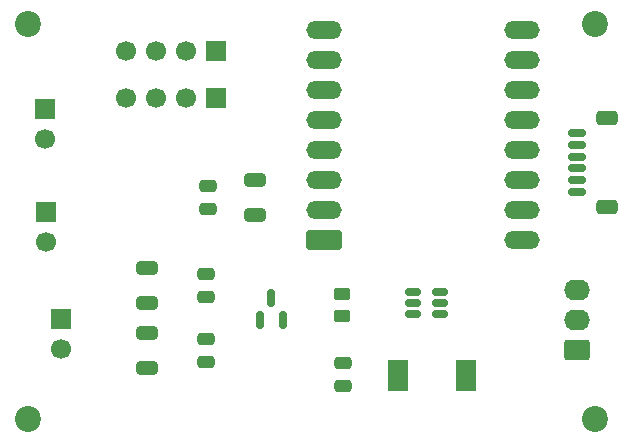
<source format=gts>
%TF.GenerationSoftware,KiCad,Pcbnew,9.0.5*%
%TF.CreationDate,2025-11-19T14:43:04+01:00*%
%TF.ProjectId,caelum,6361656c-756d-42e6-9b69-6361645f7063,rev?*%
%TF.SameCoordinates,Original*%
%TF.FileFunction,Soldermask,Top*%
%TF.FilePolarity,Negative*%
%FSLAX46Y46*%
G04 Gerber Fmt 4.6, Leading zero omitted, Abs format (unit mm)*
G04 Created by KiCad (PCBNEW 9.0.5) date 2025-11-19 14:43:04*
%MOMM*%
%LPD*%
G01*
G04 APERTURE LIST*
G04 Aperture macros list*
%AMRoundRect*
0 Rectangle with rounded corners*
0 $1 Rounding radius*
0 $2 $3 $4 $5 $6 $7 $8 $9 X,Y pos of 4 corners*
0 Add a 4 corners polygon primitive as box body*
4,1,4,$2,$3,$4,$5,$6,$7,$8,$9,$2,$3,0*
0 Add four circle primitives for the rounded corners*
1,1,$1+$1,$2,$3*
1,1,$1+$1,$4,$5*
1,1,$1+$1,$6,$7*
1,1,$1+$1,$8,$9*
0 Add four rect primitives between the rounded corners*
20,1,$1+$1,$2,$3,$4,$5,0*
20,1,$1+$1,$4,$5,$6,$7,0*
20,1,$1+$1,$6,$7,$8,$9,0*
20,1,$1+$1,$8,$9,$2,$3,0*%
G04 Aperture macros list end*
%ADD10O,3.000000X1.500000*%
%ADD11RoundRect,0.250000X1.250000X0.600000X-1.250000X0.600000X-1.250000X-0.600000X1.250000X-0.600000X0*%
%ADD12RoundRect,0.150000X-0.625000X0.150000X-0.625000X-0.150000X0.625000X-0.150000X0.625000X0.150000X0*%
%ADD13RoundRect,0.250000X-0.650000X0.350000X-0.650000X-0.350000X0.650000X-0.350000X0.650000X0.350000X0*%
%ADD14C,2.200000*%
%ADD15RoundRect,0.250000X-0.475000X0.250000X-0.475000X-0.250000X0.475000X-0.250000X0.475000X0.250000X0*%
%ADD16RoundRect,0.250000X-0.650000X0.325000X-0.650000X-0.325000X0.650000X-0.325000X0.650000X0.325000X0*%
%ADD17R,1.700000X1.700000*%
%ADD18C,1.700000*%
%ADD19RoundRect,0.250000X0.845000X-0.620000X0.845000X0.620000X-0.845000X0.620000X-0.845000X-0.620000X0*%
%ADD20O,2.190000X1.740000*%
%ADD21RoundRect,0.075500X-0.806500X-0.226500X0.806500X-0.226500X0.806500X0.226500X-0.806500X0.226500X0*%
%ADD22RoundRect,0.150000X0.150000X-0.587500X0.150000X0.587500X-0.150000X0.587500X-0.150000X-0.587500X0*%
%ADD23RoundRect,0.250000X-0.450000X0.262500X-0.450000X-0.262500X0.450000X-0.262500X0.450000X0.262500X0*%
%ADD24RoundRect,0.150000X0.512500X0.150000X-0.512500X0.150000X-0.512500X-0.150000X0.512500X-0.150000X0*%
G04 APERTURE END LIST*
D10*
%TO.C,U3*%
X101835605Y-47812499D03*
X101835605Y-45272499D03*
X101835605Y-42732499D03*
X101835605Y-40192499D03*
X101835605Y-37652499D03*
X101835605Y-35112499D03*
X101835605Y-32572499D03*
X101835605Y-30032499D03*
D11*
X85097363Y-47839822D03*
D10*
X85097363Y-45299822D03*
X85097363Y-42759822D03*
X85097363Y-40219822D03*
X85097363Y-37679822D03*
X85097363Y-35139822D03*
X85097363Y-32599822D03*
X85097363Y-30059822D03*
%TD*%
D12*
%TO.C,J1*%
X106500000Y-38750000D03*
X106500000Y-39750000D03*
X106500000Y-40750000D03*
X106500000Y-41750000D03*
X106500000Y-42750000D03*
X106500000Y-43750000D03*
D13*
X109025000Y-37450000D03*
X109025000Y-45050000D03*
%TD*%
D14*
%TO.C,H4*%
X108000000Y-63000000D03*
%TD*%
%TO.C,H3*%
X108000000Y-29500000D03*
%TD*%
%TO.C,H2*%
X60000000Y-63000000D03*
%TD*%
%TO.C,H1*%
X60000000Y-29500000D03*
%TD*%
D15*
%TO.C,0\u002C1\u00B5F*%
X75200000Y-43275000D03*
X75200000Y-45175000D03*
%TD*%
D16*
%TO.C,1\u00B5F*%
X70100000Y-55700000D03*
X70100000Y-58650000D03*
%TD*%
D17*
%TO.C,J6*%
X61500000Y-45460000D03*
D18*
X61500000Y-48000000D03*
%TD*%
D19*
%TO.C,J8*%
X106500000Y-57080000D03*
D20*
X106500000Y-54540000D03*
X106500000Y-52000000D03*
%TD*%
D17*
%TO.C,J3*%
X61400000Y-36725000D03*
D18*
X61400000Y-39265000D03*
%TD*%
D15*
%TO.C,0\u002C1\u00B5F*%
X75100000Y-56225000D03*
X75100000Y-58125000D03*
%TD*%
D16*
%TO.C,1\u00B5F*%
X79200000Y-42750000D03*
X79200000Y-45700000D03*
%TD*%
%TO.C,1\u00B5F*%
X70100000Y-50200000D03*
X70100000Y-53150000D03*
%TD*%
D15*
%TO.C,0\u002C1\u00B5F*%
X86625000Y-58250000D03*
X86625000Y-60150000D03*
%TD*%
D21*
%TO.C,Q1*%
X91340000Y-58300000D03*
X91340000Y-58950000D03*
X91340000Y-59600000D03*
X91340000Y-60250000D03*
X97100000Y-60250000D03*
X97100000Y-59600000D03*
X97100000Y-58950000D03*
X97100000Y-58300000D03*
%TD*%
D22*
%TO.C,U2*%
X79650000Y-54575000D03*
X81550000Y-54575000D03*
X80600000Y-52700000D03*
%TD*%
D17*
%TO.C,J7*%
X75880000Y-35800000D03*
D18*
X73340000Y-35800000D03*
X70800000Y-35800000D03*
X68260000Y-35800000D03*
%TD*%
D17*
%TO.C,J4*%
X62750000Y-54460000D03*
D18*
X62750000Y-57000000D03*
%TD*%
D17*
%TO.C,J10*%
X75910000Y-31800000D03*
D18*
X73370000Y-31800000D03*
X70830000Y-31800000D03*
X68290000Y-31800000D03*
%TD*%
D23*
%TO.C,100\u03A9*%
X86600000Y-52375000D03*
X86600000Y-54200000D03*
%TD*%
D15*
%TO.C,0\u002C1\u00B5F*%
X75100000Y-50725000D03*
X75100000Y-52625000D03*
%TD*%
D24*
%TO.C,U1*%
X94875000Y-54100000D03*
X94875000Y-53150000D03*
X94875000Y-52200000D03*
X92600000Y-52200000D03*
X92600000Y-53150000D03*
X92600000Y-54100000D03*
%TD*%
M02*

</source>
